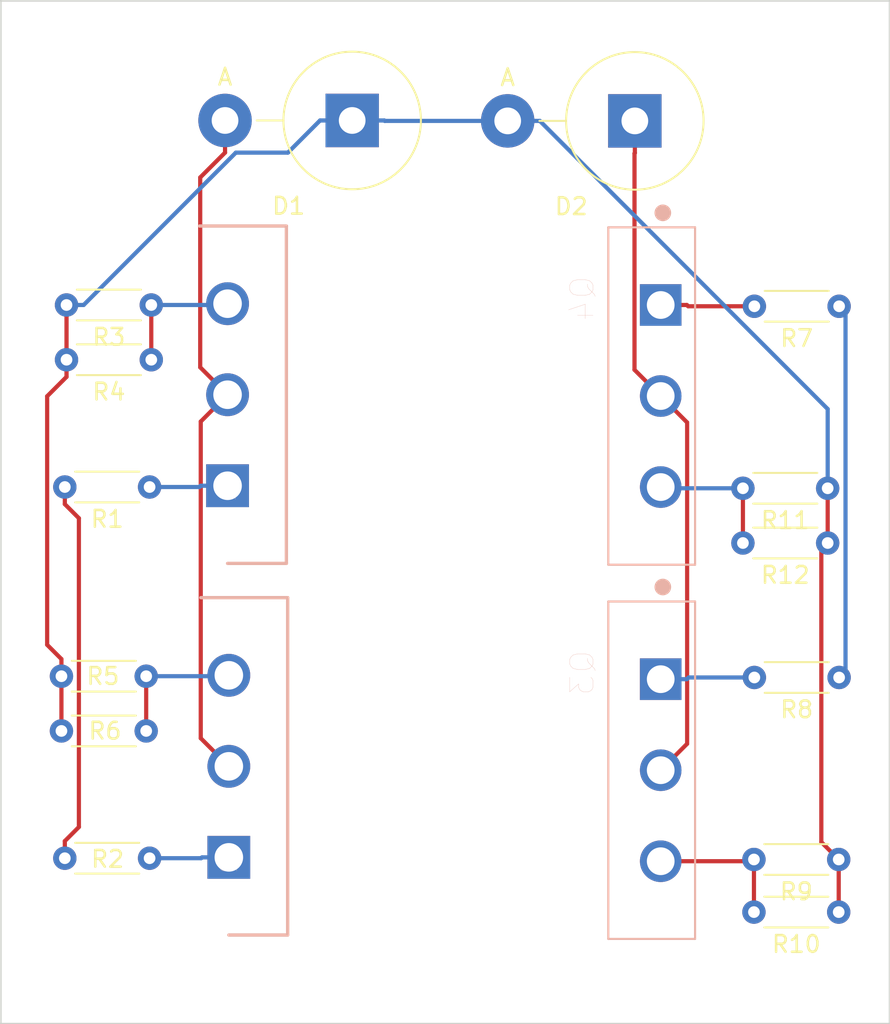
<source format=kicad_pcb>
(kicad_pcb (version 20171130) (host pcbnew "(5.1.5)-3")

  (general
    (thickness 1.6)
    (drawings 4)
    (tracks 69)
    (zones 0)
    (modules 18)
    (nets 14)
  )

  (page A4)
  (layers
    (0 F.Cu signal)
    (31 B.Cu signal)
    (32 B.Adhes user)
    (33 F.Adhes user)
    (34 B.Paste user)
    (35 F.Paste user)
    (36 B.SilkS user)
    (37 F.SilkS user)
    (38 B.Mask user)
    (39 F.Mask user)
    (40 Dwgs.User user)
    (41 Cmts.User user)
    (42 Eco1.User user)
    (43 Eco2.User user)
    (44 Edge.Cuts user)
    (45 Margin user)
    (46 B.CrtYd user)
    (47 F.CrtYd user)
    (48 B.Fab user)
    (49 F.Fab user)
  )

  (setup
    (last_trace_width 0.25)
    (trace_clearance 0.2)
    (zone_clearance 0.508)
    (zone_45_only no)
    (trace_min 0.2)
    (via_size 0.8)
    (via_drill 0.4)
    (via_min_size 0.4)
    (via_min_drill 0.3)
    (uvia_size 0.3)
    (uvia_drill 0.1)
    (uvias_allowed no)
    (uvia_min_size 0.2)
    (uvia_min_drill 0.1)
    (edge_width 0.05)
    (segment_width 0.2)
    (pcb_text_width 0.3)
    (pcb_text_size 1.5 1.5)
    (mod_edge_width 0.12)
    (mod_text_size 1 1)
    (mod_text_width 0.15)
    (pad_size 1.524 1.524)
    (pad_drill 0.762)
    (pad_to_mask_clearance 0.051)
    (solder_mask_min_width 0.25)
    (aux_axis_origin 0 0)
    (visible_elements 7FFFFFFF)
    (pcbplotparams
      (layerselection 0x010fc_ffffffff)
      (usegerberextensions false)
      (usegerberattributes false)
      (usegerberadvancedattributes false)
      (creategerberjobfile false)
      (excludeedgelayer true)
      (linewidth 0.100000)
      (plotframeref false)
      (viasonmask false)
      (mode 1)
      (useauxorigin false)
      (hpglpennumber 1)
      (hpglpenspeed 20)
      (hpglpendiameter 15.000000)
      (psnegative false)
      (psa4output false)
      (plotreference true)
      (plotvalue true)
      (plotinvisibletext false)
      (padsonsilk false)
      (subtractmaskfromsilk false)
      (outputformat 1)
      (mirror false)
      (drillshape 1)
      (scaleselection 1)
      (outputdirectory ""))
  )

  (net 0 "")
  (net 1 brown2)
  (net 2 blueP)
  (net 3 red2)
  (net 4 "Net-(Q1-Pad1)")
  (net 5 "Net-(Q1-Pad3)")
  (net 6 green)
  (net 7 "Net-(Q2-Pad1)")
  (net 8 "Net-(Q3-Pad1)")
  (net 9 blue)
  (net 10 "Net-(Q4-Pad3)")
  (net 11 "Net-(Q4-Pad1)")
  (net 12 orange)
  (net 13 yellow)

  (net_class Default "This is the default net class."
    (clearance 0.2)
    (trace_width 0.25)
    (via_dia 0.8)
    (via_drill 0.4)
    (uvia_dia 0.3)
    (uvia_drill 0.1)
    (add_net "Net-(Q1-Pad1)")
    (add_net "Net-(Q1-Pad3)")
    (add_net "Net-(Q2-Pad1)")
    (add_net "Net-(Q3-Pad1)")
    (add_net "Net-(Q4-Pad1)")
    (add_net "Net-(Q4-Pad3)")
    (add_net blue)
    (add_net blueP)
    (add_net brown2)
    (add_net green)
    (add_net orange)
    (add_net red2)
    (add_net yellow)
  )

  (module Diode_THT:D_5KPW_P7.62mm_Vertical_AnodeUp (layer F.Cu) (tedit 5AE50CD5) (tstamp 5EC3AE12)
    (at 125.07 93.5482 180)
    (descr "Diode, 5KPW series, Axial, Vertical, pin pitch=7.62mm, , length*diameter=9*8mm^2, , http://www.diodes.com/_files/packages/8686949.gif")
    (tags "Diode 5KPW series Axial Vertical pin pitch 7.62mm  length 9mm diameter 8mm")
    (path /5EC49E14)
    (fp_text reference D1 (at 3.81 -5.12) (layer F.SilkS)
      (effects (font (size 1 1) (thickness 0.15)))
    )
    (fp_text value D (at 3.81 5.12) (layer F.Fab)
      (effects (font (size 1 1) (thickness 0.15)))
    )
    (fp_circle (center 0 0) (end 4 0) (layer F.Fab) (width 0.1))
    (fp_circle (center 0 0) (end 4.12 0) (layer F.SilkS) (width 0.12))
    (fp_line (start 0 0) (end 7.62 0) (layer F.Fab) (width 0.1))
    (fp_line (start 4.12 0) (end 5.72 0) (layer F.SilkS) (width 0.12))
    (fp_line (start -4.25 -4.25) (end -4.25 4.25) (layer F.CrtYd) (width 0.05))
    (fp_line (start -4.25 4.25) (end 9.47 4.25) (layer F.CrtYd) (width 0.05))
    (fp_line (start 9.47 4.25) (end 9.47 -4.25) (layer F.CrtYd) (width 0.05))
    (fp_line (start 9.47 -4.25) (end -4.25 -4.25) (layer F.CrtYd) (width 0.05))
    (fp_text user %R (at 0 -2.1) (layer F.Fab)
      (effects (font (size 1 1) (thickness 0.15)))
    )
    (fp_text user A (at 7.62 2.6) (layer F.Fab)
      (effects (font (size 1 1) (thickness 0.15)))
    )
    (fp_text user A (at 7.62 2.6) (layer F.SilkS)
      (effects (font (size 1 1) (thickness 0.15)))
    )
    (pad 1 thru_hole rect (at 0 0 180) (size 3.2 3.2) (drill 1.6) (layers *.Cu *.Mask)
      (net 1 brown2))
    (pad 2 thru_hole oval (at 7.62 0 180) (size 3.2 3.2) (drill 1.6) (layers *.Cu *.Mask)
      (net 2 blueP))
    (model ${KISYS3DMOD}/Diode_THT.3dshapes/D_5KPW_P7.62mm_Vertical_AnodeUp.wrl
      (at (xyz 0 0 0))
      (scale (xyz 1 1 1))
      (rotate (xyz 0 0 0))
    )
  )

  (module Diode_THT:D_5KPW_P7.62mm_Vertical_AnodeUp (layer F.Cu) (tedit 5AE50CD5) (tstamp 5EC3AE23)
    (at 142.011 93.5736 180)
    (descr "Diode, 5KPW series, Axial, Vertical, pin pitch=7.62mm, , length*diameter=9*8mm^2, , http://www.diodes.com/_files/packages/8686949.gif")
    (tags "Diode 5KPW series Axial Vertical pin pitch 7.62mm  length 9mm diameter 8mm")
    (path /5EC4A19D)
    (fp_text reference D2 (at 3.81 -5.12) (layer F.SilkS)
      (effects (font (size 1 1) (thickness 0.15)))
    )
    (fp_text value D (at 3.81 5.12) (layer F.Fab)
      (effects (font (size 1 1) (thickness 0.15)))
    )
    (fp_text user A (at 7.62 2.6) (layer F.SilkS)
      (effects (font (size 1 1) (thickness 0.15)))
    )
    (fp_text user A (at 7.62 2.6) (layer F.Fab)
      (effects (font (size 1 1) (thickness 0.15)))
    )
    (fp_text user %R (at 0 -2.1) (layer F.Fab)
      (effects (font (size 1 1) (thickness 0.15)))
    )
    (fp_line (start 9.47 -4.25) (end -4.25 -4.25) (layer F.CrtYd) (width 0.05))
    (fp_line (start 9.47 4.25) (end 9.47 -4.25) (layer F.CrtYd) (width 0.05))
    (fp_line (start -4.25 4.25) (end 9.47 4.25) (layer F.CrtYd) (width 0.05))
    (fp_line (start -4.25 -4.25) (end -4.25 4.25) (layer F.CrtYd) (width 0.05))
    (fp_line (start 4.12 0) (end 5.72 0) (layer F.SilkS) (width 0.12))
    (fp_line (start 0 0) (end 7.62 0) (layer F.Fab) (width 0.1))
    (fp_circle (center 0 0) (end 4.12 0) (layer F.SilkS) (width 0.12))
    (fp_circle (center 0 0) (end 4 0) (layer F.Fab) (width 0.1))
    (pad 2 thru_hole oval (at 7.62 0 180) (size 3.2 3.2) (drill 1.6) (layers *.Cu *.Mask)
      (net 1 brown2))
    (pad 1 thru_hole rect (at 0 0 180) (size 3.2 3.2) (drill 1.6) (layers *.Cu *.Mask)
      (net 3 red2))
    (model ${KISYS3DMOD}/Diode_THT.3dshapes/D_5KPW_P7.62mm_Vertical_AnodeUp.wrl
      (at (xyz 0 0 0))
      (scale (xyz 1 1 1))
      (rotate (xyz 0 0 0))
    )
  )

  (module "Library all:TO545P520X2000X2900-3P" (layer B.Cu) (tedit 5EC2593A) (tstamp 5EC3AE36)
    (at 117.602 115.418 90)
    (descr "<b&gt;TO-264TO&minus;264&minus;3LD CASE 340CA ISSUE O&lt;/b&gt;<br&gt;")
    (path /5EC271B9)
    (fp_text reference Q1 (at 0 0 270) (layer B.SilkS)
      (effects (font (size 1 1) (thickness 0.015)) (justify mirror))
    )
    (fp_text value 2SA1943RTU (at 0 0 270) (layer B.Fab)
      (effects (font (size 1 1) (thickness 0.015)) (justify mirror))
    )
    (fp_line (start -4.9 3.775) (end 15.8 3.775) (layer B.Fab) (width 0.05))
    (fp_line (start 15.8 3.775) (end 15.8 -1.925) (layer B.Fab) (width 0.05))
    (fp_line (start 15.8 -1.925) (end -4.9 -1.925) (layer B.Fab) (width 0.05))
    (fp_line (start -4.9 -1.925) (end -4.9 3.775) (layer B.Fab) (width 0.05))
    (fp_line (start -4.65 3.525) (end 15.55 3.525) (layer B.Fab) (width 0.1))
    (fp_line (start 15.55 3.525) (end 15.55 -1.675) (layer B.Fab) (width 0.1))
    (fp_line (start 15.55 -1.675) (end -4.65 -1.675) (layer B.Fab) (width 0.1))
    (fp_line (start -4.65 -1.675) (end -4.65 3.525) (layer B.Fab) (width 0.1))
    (fp_line (start -4.65 0.8) (end -1.925 3.525) (layer B.Fab) (width 0.1))
    (fp_line (start 15.55 -1.675) (end 15.55 3.525) (layer B.SilkS) (width 0.2))
    (fp_line (start 15.55 3.525) (end -4.65 3.525) (layer B.SilkS) (width 0.2))
    (fp_line (start -4.65 3.525) (end -4.65 0) (layer B.SilkS) (width 0.2))
    (pad 1 thru_hole rect (at 0 0 90) (size 2.565 2.565) (drill 1.71) (layers *.Cu *.Mask)
      (net 4 "Net-(Q1-Pad1)"))
    (pad 2 thru_hole circle (at 5.45 0 90) (size 2.565 2.565) (drill 1.71) (layers *.Cu *.Mask)
      (net 2 blueP))
    (pad 3 thru_hole circle (at 10.9 0 90) (size 2.565 2.565) (drill 1.71) (layers *.Cu *.Mask)
      (net 5 "Net-(Q1-Pad3)"))
    (model ${SC5200AND1943}/2SC5200--3DModel-STEP-56544.STEP
      (offset (xyz 5.5 0 -17.8))
      (scale (xyz 1 1 1))
      (rotate (xyz -90 0 0))
    )
  )

  (module "Library all:TO545P520X2000X2900-3P" (layer B.Cu) (tedit 5EC2593A) (tstamp 5EC3AE49)
    (at 117.678 137.668 90)
    (descr "<b&gt;TO-264TO&minus;264&minus;3LD CASE 340CA ISSUE O&lt;/b&gt;<br&gt;")
    (path /5EC33DBE)
    (fp_text reference Q2 (at 0 0 270) (layer B.SilkS)
      (effects (font (size 1 1) (thickness 0.015)) (justify mirror))
    )
    (fp_text value 2SA1943RTU (at 0 0 270) (layer B.Fab)
      (effects (font (size 1 1) (thickness 0.015)) (justify mirror))
    )
    (fp_line (start -4.65 3.525) (end -4.65 0) (layer B.SilkS) (width 0.2))
    (fp_line (start 15.55 3.525) (end -4.65 3.525) (layer B.SilkS) (width 0.2))
    (fp_line (start 15.55 -1.675) (end 15.55 3.525) (layer B.SilkS) (width 0.2))
    (fp_line (start -4.65 0.8) (end -1.925 3.525) (layer B.Fab) (width 0.1))
    (fp_line (start -4.65 -1.675) (end -4.65 3.525) (layer B.Fab) (width 0.1))
    (fp_line (start 15.55 -1.675) (end -4.65 -1.675) (layer B.Fab) (width 0.1))
    (fp_line (start 15.55 3.525) (end 15.55 -1.675) (layer B.Fab) (width 0.1))
    (fp_line (start -4.65 3.525) (end 15.55 3.525) (layer B.Fab) (width 0.1))
    (fp_line (start -4.9 -1.925) (end -4.9 3.775) (layer B.Fab) (width 0.05))
    (fp_line (start 15.8 -1.925) (end -4.9 -1.925) (layer B.Fab) (width 0.05))
    (fp_line (start 15.8 3.775) (end 15.8 -1.925) (layer B.Fab) (width 0.05))
    (fp_line (start -4.9 3.775) (end 15.8 3.775) (layer B.Fab) (width 0.05))
    (pad 3 thru_hole circle (at 10.9 0 90) (size 2.565 2.565) (drill 1.71) (layers *.Cu *.Mask)
      (net 6 green))
    (pad 2 thru_hole circle (at 5.45 0 90) (size 2.565 2.565) (drill 1.71) (layers *.Cu *.Mask)
      (net 2 blueP))
    (pad 1 thru_hole rect (at 0 0 90) (size 2.565 2.565) (drill 1.71) (layers *.Cu *.Mask)
      (net 7 "Net-(Q2-Pad1)"))
    (model ${SC5200AND1943}/2SC5200--3DModel-STEP-56544.STEP
      (offset (xyz 5.5 0 -17.8))
      (scale (xyz 1 1 1))
      (rotate (xyz -90 0 0))
    )
  )

  (module "Library all:TO545P2020X520X2910-3" (layer B.Cu) (tedit 5EC256E1) (tstamp 5EC3AE5E)
    (at 143.561 127 270)
    (path /5EC40ADD)
    (fp_text reference Q3 (at -0.38116 4.70106 270) (layer B.SilkS)
      (effects (font (size 1.400614 1.400614) (thickness 0.015)) (justify mirror))
    )
    (fp_text value 2SC5200 (at 13.976195 -3.747675 270) (layer B.Fab)
      (effects (font (size 1.400622 1.400622) (thickness 0.015)) (justify mirror))
    )
    (fp_line (start -4.65 -2.06) (end -4.65 3.14) (layer B.Fab) (width 0.127))
    (fp_line (start -4.65 3.14) (end 15.55 3.14) (layer B.Fab) (width 0.127))
    (fp_line (start 15.55 3.14) (end 15.55 -2.06) (layer B.Fab) (width 0.127))
    (fp_line (start 15.55 -2.06) (end -4.65 -2.06) (layer B.Fab) (width 0.127))
    (fp_line (start -4.65 -2.06) (end -4.65 3.14) (layer B.SilkS) (width 0.127))
    (fp_line (start -4.65 3.14) (end 15.55 3.14) (layer B.SilkS) (width 0.127))
    (fp_line (start 15.55 3.14) (end 15.55 -2.06) (layer B.SilkS) (width 0.127))
    (fp_line (start 15.55 -2.06) (end -4.65 -2.06) (layer B.SilkS) (width 0.127))
    (fp_circle (center -5.518 -0.127) (end -5.268 -0.127) (layer B.SilkS) (width 0.5))
    (fp_line (start -4.97 3.608) (end 15.87 3.608) (layer B.CrtYd) (width 0.05))
    (fp_line (start 15.87 3.608) (end 15.87 -2.532) (layer B.CrtYd) (width 0.05))
    (fp_line (start 15.87 -2.532) (end -4.97 -2.532) (layer B.CrtYd) (width 0.05))
    (fp_line (start -4.97 -2.532) (end -4.97 3.608) (layer B.CrtYd) (width 0.05))
    (fp_circle (center -5.518 -0.127) (end -5.268 -0.127) (layer B.Fab) (width 0.5))
    (pad 1 thru_hole rect (at 0 0 270) (size 2.49 2.49) (drill 1.66) (layers *.Cu *.Mask)
      (net 8 "Net-(Q3-Pad1)"))
    (pad 2 thru_hole circle (at 5.45 0 270) (size 2.49 2.49) (drill 1.66) (layers *.Cu *.Mask)
      (net 3 red2))
    (pad 3 thru_hole circle (at 10.9 0 270) (size 2.49 2.49) (drill 1.66) (layers *.Cu *.Mask)
      (net 9 blue))
    (model ${SC5200AND1943}/2SC5200--3DModel-STEP-56544.STEP
      (offset (xyz 5.5 0 -17.8))
      (scale (xyz 1 1 1))
      (rotate (xyz -90 0 0))
    )
  )

  (module "Library all:TO545P2020X520X2910-3" (layer B.Cu) (tedit 5EC256E1) (tstamp 5EC3AE73)
    (at 143.561 104.597 270)
    (path /5EC25EF1)
    (fp_text reference Q4 (at -0.38116 4.70106 270) (layer B.SilkS)
      (effects (font (size 1.400614 1.400614) (thickness 0.015)) (justify mirror))
    )
    (fp_text value 2SC5200 (at 13.976195 -3.747675 270) (layer B.Fab)
      (effects (font (size 1.400622 1.400622) (thickness 0.015)) (justify mirror))
    )
    (fp_circle (center -5.518 -0.127) (end -5.268 -0.127) (layer B.Fab) (width 0.5))
    (fp_line (start -4.97 -2.532) (end -4.97 3.608) (layer B.CrtYd) (width 0.05))
    (fp_line (start 15.87 -2.532) (end -4.97 -2.532) (layer B.CrtYd) (width 0.05))
    (fp_line (start 15.87 3.608) (end 15.87 -2.532) (layer B.CrtYd) (width 0.05))
    (fp_line (start -4.97 3.608) (end 15.87 3.608) (layer B.CrtYd) (width 0.05))
    (fp_circle (center -5.518 -0.127) (end -5.268 -0.127) (layer B.SilkS) (width 0.5))
    (fp_line (start 15.55 -2.06) (end -4.65 -2.06) (layer B.SilkS) (width 0.127))
    (fp_line (start 15.55 3.14) (end 15.55 -2.06) (layer B.SilkS) (width 0.127))
    (fp_line (start -4.65 3.14) (end 15.55 3.14) (layer B.SilkS) (width 0.127))
    (fp_line (start -4.65 -2.06) (end -4.65 3.14) (layer B.SilkS) (width 0.127))
    (fp_line (start 15.55 -2.06) (end -4.65 -2.06) (layer B.Fab) (width 0.127))
    (fp_line (start 15.55 3.14) (end 15.55 -2.06) (layer B.Fab) (width 0.127))
    (fp_line (start -4.65 3.14) (end 15.55 3.14) (layer B.Fab) (width 0.127))
    (fp_line (start -4.65 -2.06) (end -4.65 3.14) (layer B.Fab) (width 0.127))
    (pad 3 thru_hole circle (at 10.9 0 270) (size 2.49 2.49) (drill 1.66) (layers *.Cu *.Mask)
      (net 10 "Net-(Q4-Pad3)"))
    (pad 2 thru_hole circle (at 5.45 0 270) (size 2.49 2.49) (drill 1.66) (layers *.Cu *.Mask)
      (net 3 red2))
    (pad 1 thru_hole rect (at 0 0 270) (size 2.49 2.49) (drill 1.66) (layers *.Cu *.Mask)
      (net 11 "Net-(Q4-Pad1)"))
    (model ${SC5200AND1943}/2SC5200--3DModel-STEP-56544.STEP
      (offset (xyz 5.5 0 -17.8))
      (scale (xyz 1 1 1))
      (rotate (xyz -90 0 0))
    )
  )

  (module Resistor_THT:R_Axial_DIN0204_L3.6mm_D1.6mm_P5.08mm_Horizontal (layer F.Cu) (tedit 5AE5139B) (tstamp 5EC3AE86)
    (at 112.928 115.494 180)
    (descr "Resistor, Axial_DIN0204 series, Axial, Horizontal, pin pitch=5.08mm, 0.167W, length*diameter=3.6*1.6mm^2, http://cdn-reichelt.de/documents/datenblatt/B400/1_4W%23YAG.pdf")
    (tags "Resistor Axial_DIN0204 series Axial Horizontal pin pitch 5.08mm 0.167W length 3.6mm diameter 1.6mm")
    (path /5EC296B2)
    (fp_text reference R1 (at 2.54 -1.92) (layer F.SilkS)
      (effects (font (size 1 1) (thickness 0.15)))
    )
    (fp_text value R (at 2.54 1.92) (layer F.Fab)
      (effects (font (size 1 1) (thickness 0.15)))
    )
    (fp_text user %R (at 2.54 0) (layer F.Fab)
      (effects (font (size 0.72 0.72) (thickness 0.108)))
    )
    (fp_line (start 6.03 -1.05) (end -0.95 -1.05) (layer F.CrtYd) (width 0.05))
    (fp_line (start 6.03 1.05) (end 6.03 -1.05) (layer F.CrtYd) (width 0.05))
    (fp_line (start -0.95 1.05) (end 6.03 1.05) (layer F.CrtYd) (width 0.05))
    (fp_line (start -0.95 -1.05) (end -0.95 1.05) (layer F.CrtYd) (width 0.05))
    (fp_line (start 0.62 0.92) (end 4.46 0.92) (layer F.SilkS) (width 0.12))
    (fp_line (start 0.62 -0.92) (end 4.46 -0.92) (layer F.SilkS) (width 0.12))
    (fp_line (start 5.08 0) (end 4.34 0) (layer F.Fab) (width 0.1))
    (fp_line (start 0 0) (end 0.74 0) (layer F.Fab) (width 0.1))
    (fp_line (start 4.34 -0.8) (end 0.74 -0.8) (layer F.Fab) (width 0.1))
    (fp_line (start 4.34 0.8) (end 4.34 -0.8) (layer F.Fab) (width 0.1))
    (fp_line (start 0.74 0.8) (end 4.34 0.8) (layer F.Fab) (width 0.1))
    (fp_line (start 0.74 -0.8) (end 0.74 0.8) (layer F.Fab) (width 0.1))
    (pad 2 thru_hole oval (at 5.08 0 180) (size 1.4 1.4) (drill 0.7) (layers *.Cu *.Mask)
      (net 12 orange))
    (pad 1 thru_hole circle (at 0 0 180) (size 1.4 1.4) (drill 0.7) (layers *.Cu *.Mask)
      (net 4 "Net-(Q1-Pad1)"))
    (model ${KISYS3DMOD}/Resistor_THT.3dshapes/R_Axial_DIN0204_L3.6mm_D1.6mm_P5.08mm_Horizontal.wrl
      (at (xyz 0 0 0))
      (scale (xyz 1 1 1))
      (rotate (xyz 0 0 0))
    )
  )

  (module Resistor_THT:R_Axial_DIN0204_L3.6mm_D1.6mm_P5.08mm_Horizontal (layer F.Cu) (tedit 5AE5139B) (tstamp 5EC3AE99)
    (at 112.928 137.719 180)
    (descr "Resistor, Axial_DIN0204 series, Axial, Horizontal, pin pitch=5.08mm, 0.167W, length*diameter=3.6*1.6mm^2, http://cdn-reichelt.de/documents/datenblatt/B400/1_4W%23YAG.pdf")
    (tags "Resistor Axial_DIN0204 series Axial Horizontal pin pitch 5.08mm 0.167W length 3.6mm diameter 1.6mm")
    (path /5EC33DC4)
    (fp_text reference R2 (at 2.5146 -0.0508) (layer F.SilkS)
      (effects (font (size 1 1) (thickness 0.15)))
    )
    (fp_text value R (at 2.54 1.92) (layer F.Fab)
      (effects (font (size 1 1) (thickness 0.15)))
    )
    (fp_text user %R (at 2.54 0) (layer F.Fab)
      (effects (font (size 0.72 0.72) (thickness 0.108)))
    )
    (fp_line (start 6.03 -1.05) (end -0.95 -1.05) (layer F.CrtYd) (width 0.05))
    (fp_line (start 6.03 1.05) (end 6.03 -1.05) (layer F.CrtYd) (width 0.05))
    (fp_line (start -0.95 1.05) (end 6.03 1.05) (layer F.CrtYd) (width 0.05))
    (fp_line (start -0.95 -1.05) (end -0.95 1.05) (layer F.CrtYd) (width 0.05))
    (fp_line (start 0.62 0.92) (end 4.46 0.92) (layer F.SilkS) (width 0.12))
    (fp_line (start 0.62 -0.92) (end 4.46 -0.92) (layer F.SilkS) (width 0.12))
    (fp_line (start 5.08 0) (end 4.34 0) (layer F.Fab) (width 0.1))
    (fp_line (start 0 0) (end 0.74 0) (layer F.Fab) (width 0.1))
    (fp_line (start 4.34 -0.8) (end 0.74 -0.8) (layer F.Fab) (width 0.1))
    (fp_line (start 4.34 0.8) (end 4.34 -0.8) (layer F.Fab) (width 0.1))
    (fp_line (start 0.74 0.8) (end 4.34 0.8) (layer F.Fab) (width 0.1))
    (fp_line (start 0.74 -0.8) (end 0.74 0.8) (layer F.Fab) (width 0.1))
    (pad 2 thru_hole oval (at 5.08 0 180) (size 1.4 1.4) (drill 0.7) (layers *.Cu *.Mask)
      (net 12 orange))
    (pad 1 thru_hole circle (at 0 0 180) (size 1.4 1.4) (drill 0.7) (layers *.Cu *.Mask)
      (net 7 "Net-(Q2-Pad1)"))
    (model ${KISYS3DMOD}/Resistor_THT.3dshapes/R_Axial_DIN0204_L3.6mm_D1.6mm_P5.08mm_Horizontal.wrl
      (at (xyz 0 0 0))
      (scale (xyz 1 1 1))
      (rotate (xyz 0 0 0))
    )
  )

  (module Resistor_THT:R_Axial_DIN0204_L3.6mm_D1.6mm_P5.08mm_Horizontal (layer F.Cu) (tedit 5AE5139B) (tstamp 5EC3AEAC)
    (at 113.03 104.597 180)
    (descr "Resistor, Axial_DIN0204 series, Axial, Horizontal, pin pitch=5.08mm, 0.167W, length*diameter=3.6*1.6mm^2, http://cdn-reichelt.de/documents/datenblatt/B400/1_4W%23YAG.pdf")
    (tags "Resistor Axial_DIN0204 series Axial Horizontal pin pitch 5.08mm 0.167W length 3.6mm diameter 1.6mm")
    (path /5EC29F5E)
    (fp_text reference R3 (at 2.54 -1.92) (layer F.SilkS)
      (effects (font (size 1 1) (thickness 0.15)))
    )
    (fp_text value R (at 2.54 1.92) (layer F.Fab)
      (effects (font (size 1 1) (thickness 0.15)))
    )
    (fp_line (start 0.74 -0.8) (end 0.74 0.8) (layer F.Fab) (width 0.1))
    (fp_line (start 0.74 0.8) (end 4.34 0.8) (layer F.Fab) (width 0.1))
    (fp_line (start 4.34 0.8) (end 4.34 -0.8) (layer F.Fab) (width 0.1))
    (fp_line (start 4.34 -0.8) (end 0.74 -0.8) (layer F.Fab) (width 0.1))
    (fp_line (start 0 0) (end 0.74 0) (layer F.Fab) (width 0.1))
    (fp_line (start 5.08 0) (end 4.34 0) (layer F.Fab) (width 0.1))
    (fp_line (start 0.62 -0.92) (end 4.46 -0.92) (layer F.SilkS) (width 0.12))
    (fp_line (start 0.62 0.92) (end 4.46 0.92) (layer F.SilkS) (width 0.12))
    (fp_line (start -0.95 -1.05) (end -0.95 1.05) (layer F.CrtYd) (width 0.05))
    (fp_line (start -0.95 1.05) (end 6.03 1.05) (layer F.CrtYd) (width 0.05))
    (fp_line (start 6.03 1.05) (end 6.03 -1.05) (layer F.CrtYd) (width 0.05))
    (fp_line (start 6.03 -1.05) (end -0.95 -1.05) (layer F.CrtYd) (width 0.05))
    (fp_text user %R (at 2.54 0) (layer F.Fab)
      (effects (font (size 0.72 0.72) (thickness 0.108)))
    )
    (pad 1 thru_hole circle (at 0 0 180) (size 1.4 1.4) (drill 0.7) (layers *.Cu *.Mask)
      (net 5 "Net-(Q1-Pad3)"))
    (pad 2 thru_hole oval (at 5.08 0 180) (size 1.4 1.4) (drill 0.7) (layers *.Cu *.Mask)
      (net 1 brown2))
    (model ${KISYS3DMOD}/Resistor_THT.3dshapes/R_Axial_DIN0204_L3.6mm_D1.6mm_P5.08mm_Horizontal.wrl
      (at (xyz 0 0 0))
      (scale (xyz 1 1 1))
      (rotate (xyz 0 0 0))
    )
  )

  (module Resistor_THT:R_Axial_DIN0204_L3.6mm_D1.6mm_P5.08mm_Horizontal (layer F.Cu) (tedit 5AE5139B) (tstamp 5EC3AEBF)
    (at 113.03 107.874 180)
    (descr "Resistor, Axial_DIN0204 series, Axial, Horizontal, pin pitch=5.08mm, 0.167W, length*diameter=3.6*1.6mm^2, http://cdn-reichelt.de/documents/datenblatt/B400/1_4W%23YAG.pdf")
    (tags "Resistor Axial_DIN0204 series Axial Horizontal pin pitch 5.08mm 0.167W length 3.6mm diameter 1.6mm")
    (path /5EC2AA14)
    (fp_text reference R4 (at 2.54 -1.92) (layer F.SilkS)
      (effects (font (size 1 1) (thickness 0.15)))
    )
    (fp_text value R (at 2.54 1.92) (layer F.Fab)
      (effects (font (size 1 1) (thickness 0.15)))
    )
    (fp_text user %R (at 2.54 0) (layer F.Fab)
      (effects (font (size 0.72 0.72) (thickness 0.108)))
    )
    (fp_line (start 6.03 -1.05) (end -0.95 -1.05) (layer F.CrtYd) (width 0.05))
    (fp_line (start 6.03 1.05) (end 6.03 -1.05) (layer F.CrtYd) (width 0.05))
    (fp_line (start -0.95 1.05) (end 6.03 1.05) (layer F.CrtYd) (width 0.05))
    (fp_line (start -0.95 -1.05) (end -0.95 1.05) (layer F.CrtYd) (width 0.05))
    (fp_line (start 0.62 0.92) (end 4.46 0.92) (layer F.SilkS) (width 0.12))
    (fp_line (start 0.62 -0.92) (end 4.46 -0.92) (layer F.SilkS) (width 0.12))
    (fp_line (start 5.08 0) (end 4.34 0) (layer F.Fab) (width 0.1))
    (fp_line (start 0 0) (end 0.74 0) (layer F.Fab) (width 0.1))
    (fp_line (start 4.34 -0.8) (end 0.74 -0.8) (layer F.Fab) (width 0.1))
    (fp_line (start 4.34 0.8) (end 4.34 -0.8) (layer F.Fab) (width 0.1))
    (fp_line (start 0.74 0.8) (end 4.34 0.8) (layer F.Fab) (width 0.1))
    (fp_line (start 0.74 -0.8) (end 0.74 0.8) (layer F.Fab) (width 0.1))
    (pad 2 thru_hole oval (at 5.08 0 180) (size 1.4 1.4) (drill 0.7) (layers *.Cu *.Mask)
      (net 1 brown2))
    (pad 1 thru_hole circle (at 0 0 180) (size 1.4 1.4) (drill 0.7) (layers *.Cu *.Mask)
      (net 5 "Net-(Q1-Pad3)"))
    (model ${KISYS3DMOD}/Resistor_THT.3dshapes/R_Axial_DIN0204_L3.6mm_D1.6mm_P5.08mm_Horizontal.wrl
      (at (xyz 0 0 0))
      (scale (xyz 1 1 1))
      (rotate (xyz 0 0 0))
    )
  )

  (module Resistor_THT:R_Axial_DIN0204_L3.6mm_D1.6mm_P5.08mm_Horizontal (layer F.Cu) (tedit 5AE5139B) (tstamp 5EC3AED2)
    (at 112.725 126.822 180)
    (descr "Resistor, Axial_DIN0204 series, Axial, Horizontal, pin pitch=5.08mm, 0.167W, length*diameter=3.6*1.6mm^2, http://cdn-reichelt.de/documents/datenblatt/B400/1_4W%23YAG.pdf")
    (tags "Resistor Axial_DIN0204 series Axial Horizontal pin pitch 5.08mm 0.167W length 3.6mm diameter 1.6mm")
    (path /5EC33DCA)
    (fp_text reference R5 (at 2.5908 0) (layer F.SilkS)
      (effects (font (size 1 1) (thickness 0.15)))
    )
    (fp_text value R (at 2.54 1.92) (layer F.Fab)
      (effects (font (size 1 1) (thickness 0.15)))
    )
    (fp_line (start 0.74 -0.8) (end 0.74 0.8) (layer F.Fab) (width 0.1))
    (fp_line (start 0.74 0.8) (end 4.34 0.8) (layer F.Fab) (width 0.1))
    (fp_line (start 4.34 0.8) (end 4.34 -0.8) (layer F.Fab) (width 0.1))
    (fp_line (start 4.34 -0.8) (end 0.74 -0.8) (layer F.Fab) (width 0.1))
    (fp_line (start 0 0) (end 0.74 0) (layer F.Fab) (width 0.1))
    (fp_line (start 5.08 0) (end 4.34 0) (layer F.Fab) (width 0.1))
    (fp_line (start 0.62 -0.92) (end 4.46 -0.92) (layer F.SilkS) (width 0.12))
    (fp_line (start 0.62 0.92) (end 4.46 0.92) (layer F.SilkS) (width 0.12))
    (fp_line (start -0.95 -1.05) (end -0.95 1.05) (layer F.CrtYd) (width 0.05))
    (fp_line (start -0.95 1.05) (end 6.03 1.05) (layer F.CrtYd) (width 0.05))
    (fp_line (start 6.03 1.05) (end 6.03 -1.05) (layer F.CrtYd) (width 0.05))
    (fp_line (start 6.03 -1.05) (end -0.95 -1.05) (layer F.CrtYd) (width 0.05))
    (fp_text user %R (at 2.54 0) (layer F.Fab)
      (effects (font (size 0.72 0.72) (thickness 0.108)))
    )
    (pad 1 thru_hole circle (at 0 0 180) (size 1.4 1.4) (drill 0.7) (layers *.Cu *.Mask)
      (net 6 green))
    (pad 2 thru_hole oval (at 5.08 0 180) (size 1.4 1.4) (drill 0.7) (layers *.Cu *.Mask)
      (net 1 brown2))
    (model ${KISYS3DMOD}/Resistor_THT.3dshapes/R_Axial_DIN0204_L3.6mm_D1.6mm_P5.08mm_Horizontal.wrl
      (at (xyz 0 0 0))
      (scale (xyz 1 1 1))
      (rotate (xyz 0 0 0))
    )
  )

  (module Resistor_THT:R_Axial_DIN0204_L3.6mm_D1.6mm_P5.08mm_Horizontal (layer F.Cu) (tedit 5AE5139B) (tstamp 5EC3AEE5)
    (at 112.725 130.099 180)
    (descr "Resistor, Axial_DIN0204 series, Axial, Horizontal, pin pitch=5.08mm, 0.167W, length*diameter=3.6*1.6mm^2, http://cdn-reichelt.de/documents/datenblatt/B400/1_4W%23YAG.pdf")
    (tags "Resistor Axial_DIN0204 series Axial Horizontal pin pitch 5.08mm 0.167W length 3.6mm diameter 1.6mm")
    (path /5EC33DD0)
    (fp_text reference R6 (at 2.4638 0) (layer F.SilkS)
      (effects (font (size 1 1) (thickness 0.15)))
    )
    (fp_text value R (at 2.54 1.92) (layer F.Fab)
      (effects (font (size 1 1) (thickness 0.15)))
    )
    (fp_text user %R (at 2.54 0) (layer F.Fab)
      (effects (font (size 0.72 0.72) (thickness 0.108)))
    )
    (fp_line (start 6.03 -1.05) (end -0.95 -1.05) (layer F.CrtYd) (width 0.05))
    (fp_line (start 6.03 1.05) (end 6.03 -1.05) (layer F.CrtYd) (width 0.05))
    (fp_line (start -0.95 1.05) (end 6.03 1.05) (layer F.CrtYd) (width 0.05))
    (fp_line (start -0.95 -1.05) (end -0.95 1.05) (layer F.CrtYd) (width 0.05))
    (fp_line (start 0.62 0.92) (end 4.46 0.92) (layer F.SilkS) (width 0.12))
    (fp_line (start 0.62 -0.92) (end 4.46 -0.92) (layer F.SilkS) (width 0.12))
    (fp_line (start 5.08 0) (end 4.34 0) (layer F.Fab) (width 0.1))
    (fp_line (start 0 0) (end 0.74 0) (layer F.Fab) (width 0.1))
    (fp_line (start 4.34 -0.8) (end 0.74 -0.8) (layer F.Fab) (width 0.1))
    (fp_line (start 4.34 0.8) (end 4.34 -0.8) (layer F.Fab) (width 0.1))
    (fp_line (start 0.74 0.8) (end 4.34 0.8) (layer F.Fab) (width 0.1))
    (fp_line (start 0.74 -0.8) (end 0.74 0.8) (layer F.Fab) (width 0.1))
    (pad 2 thru_hole oval (at 5.08 0 180) (size 1.4 1.4) (drill 0.7) (layers *.Cu *.Mask)
      (net 1 brown2))
    (pad 1 thru_hole circle (at 0 0 180) (size 1.4 1.4) (drill 0.7) (layers *.Cu *.Mask)
      (net 6 green))
    (model ${KISYS3DMOD}/Resistor_THT.3dshapes/R_Axial_DIN0204_L3.6mm_D1.6mm_P5.08mm_Horizontal.wrl
      (at (xyz 0 0 0))
      (scale (xyz 1 1 1))
      (rotate (xyz 0 0 0))
    )
  )

  (module Resistor_THT:R_Axial_DIN0204_L3.6mm_D1.6mm_P5.08mm_Horizontal (layer F.Cu) (tedit 5AE5139B) (tstamp 5EC3AEF8)
    (at 154.254 104.673 180)
    (descr "Resistor, Axial_DIN0204 series, Axial, Horizontal, pin pitch=5.08mm, 0.167W, length*diameter=3.6*1.6mm^2, http://cdn-reichelt.de/documents/datenblatt/B400/1_4W%23YAG.pdf")
    (tags "Resistor Axial_DIN0204 series Axial Horizontal pin pitch 5.08mm 0.167W length 3.6mm diameter 1.6mm")
    (path /5EC302C0)
    (fp_text reference R7 (at 2.54 -1.92) (layer F.SilkS)
      (effects (font (size 1 1) (thickness 0.15)))
    )
    (fp_text value R (at 2.54 1.92) (layer F.Fab)
      (effects (font (size 1 1) (thickness 0.15)))
    )
    (fp_text user %R (at 2.54 0) (layer F.Fab)
      (effects (font (size 0.72 0.72) (thickness 0.108)))
    )
    (fp_line (start 6.03 -1.05) (end -0.95 -1.05) (layer F.CrtYd) (width 0.05))
    (fp_line (start 6.03 1.05) (end 6.03 -1.05) (layer F.CrtYd) (width 0.05))
    (fp_line (start -0.95 1.05) (end 6.03 1.05) (layer F.CrtYd) (width 0.05))
    (fp_line (start -0.95 -1.05) (end -0.95 1.05) (layer F.CrtYd) (width 0.05))
    (fp_line (start 0.62 0.92) (end 4.46 0.92) (layer F.SilkS) (width 0.12))
    (fp_line (start 0.62 -0.92) (end 4.46 -0.92) (layer F.SilkS) (width 0.12))
    (fp_line (start 5.08 0) (end 4.34 0) (layer F.Fab) (width 0.1))
    (fp_line (start 0 0) (end 0.74 0) (layer F.Fab) (width 0.1))
    (fp_line (start 4.34 -0.8) (end 0.74 -0.8) (layer F.Fab) (width 0.1))
    (fp_line (start 4.34 0.8) (end 4.34 -0.8) (layer F.Fab) (width 0.1))
    (fp_line (start 0.74 0.8) (end 4.34 0.8) (layer F.Fab) (width 0.1))
    (fp_line (start 0.74 -0.8) (end 0.74 0.8) (layer F.Fab) (width 0.1))
    (pad 2 thru_hole oval (at 5.08 0 180) (size 1.4 1.4) (drill 0.7) (layers *.Cu *.Mask)
      (net 11 "Net-(Q4-Pad1)"))
    (pad 1 thru_hole circle (at 0 0 180) (size 1.4 1.4) (drill 0.7) (layers *.Cu *.Mask)
      (net 13 yellow))
    (model ${KISYS3DMOD}/Resistor_THT.3dshapes/R_Axial_DIN0204_L3.6mm_D1.6mm_P5.08mm_Horizontal.wrl
      (at (xyz 0 0 0))
      (scale (xyz 1 1 1))
      (rotate (xyz 0 0 0))
    )
  )

  (module Resistor_THT:R_Axial_DIN0204_L3.6mm_D1.6mm_P5.08mm_Horizontal (layer F.Cu) (tedit 5AE5139B) (tstamp 5EC3AF0B)
    (at 154.254 126.898 180)
    (descr "Resistor, Axial_DIN0204 series, Axial, Horizontal, pin pitch=5.08mm, 0.167W, length*diameter=3.6*1.6mm^2, http://cdn-reichelt.de/documents/datenblatt/B400/1_4W%23YAG.pdf")
    (tags "Resistor Axial_DIN0204 series Axial Horizontal pin pitch 5.08mm 0.167W length 3.6mm diameter 1.6mm")
    (path /5EC40AEE)
    (fp_text reference R8 (at 2.54 -1.92) (layer F.SilkS)
      (effects (font (size 1 1) (thickness 0.15)))
    )
    (fp_text value R (at 2.54 1.92) (layer F.Fab)
      (effects (font (size 1 1) (thickness 0.15)))
    )
    (fp_line (start 0.74 -0.8) (end 0.74 0.8) (layer F.Fab) (width 0.1))
    (fp_line (start 0.74 0.8) (end 4.34 0.8) (layer F.Fab) (width 0.1))
    (fp_line (start 4.34 0.8) (end 4.34 -0.8) (layer F.Fab) (width 0.1))
    (fp_line (start 4.34 -0.8) (end 0.74 -0.8) (layer F.Fab) (width 0.1))
    (fp_line (start 0 0) (end 0.74 0) (layer F.Fab) (width 0.1))
    (fp_line (start 5.08 0) (end 4.34 0) (layer F.Fab) (width 0.1))
    (fp_line (start 0.62 -0.92) (end 4.46 -0.92) (layer F.SilkS) (width 0.12))
    (fp_line (start 0.62 0.92) (end 4.46 0.92) (layer F.SilkS) (width 0.12))
    (fp_line (start -0.95 -1.05) (end -0.95 1.05) (layer F.CrtYd) (width 0.05))
    (fp_line (start -0.95 1.05) (end 6.03 1.05) (layer F.CrtYd) (width 0.05))
    (fp_line (start 6.03 1.05) (end 6.03 -1.05) (layer F.CrtYd) (width 0.05))
    (fp_line (start 6.03 -1.05) (end -0.95 -1.05) (layer F.CrtYd) (width 0.05))
    (fp_text user %R (at 2.54 0) (layer F.Fab)
      (effects (font (size 0.72 0.72) (thickness 0.108)))
    )
    (pad 1 thru_hole circle (at 0 0 180) (size 1.4 1.4) (drill 0.7) (layers *.Cu *.Mask)
      (net 13 yellow))
    (pad 2 thru_hole oval (at 5.08 0 180) (size 1.4 1.4) (drill 0.7) (layers *.Cu *.Mask)
      (net 8 "Net-(Q3-Pad1)"))
    (model ${KISYS3DMOD}/Resistor_THT.3dshapes/R_Axial_DIN0204_L3.6mm_D1.6mm_P5.08mm_Horizontal.wrl
      (at (xyz 0 0 0))
      (scale (xyz 1 1 1))
      (rotate (xyz 0 0 0))
    )
  )

  (module Resistor_THT:R_Axial_DIN0204_L3.6mm_D1.6mm_P5.08mm_Horizontal (layer F.Cu) (tedit 5AE5139B) (tstamp 5EC3AF1E)
    (at 154.229 137.795 180)
    (descr "Resistor, Axial_DIN0204 series, Axial, Horizontal, pin pitch=5.08mm, 0.167W, length*diameter=3.6*1.6mm^2, http://cdn-reichelt.de/documents/datenblatt/B400/1_4W%23YAG.pdf")
    (tags "Resistor Axial_DIN0204 series Axial Horizontal pin pitch 5.08mm 0.167W length 3.6mm diameter 1.6mm")
    (path /5EC40AF5)
    (fp_text reference R9 (at 2.54 -1.92) (layer F.SilkS)
      (effects (font (size 1 1) (thickness 0.15)))
    )
    (fp_text value R (at 2.54 1.92) (layer F.Fab)
      (effects (font (size 1 1) (thickness 0.15)))
    )
    (fp_line (start 0.74 -0.8) (end 0.74 0.8) (layer F.Fab) (width 0.1))
    (fp_line (start 0.74 0.8) (end 4.34 0.8) (layer F.Fab) (width 0.1))
    (fp_line (start 4.34 0.8) (end 4.34 -0.8) (layer F.Fab) (width 0.1))
    (fp_line (start 4.34 -0.8) (end 0.74 -0.8) (layer F.Fab) (width 0.1))
    (fp_line (start 0 0) (end 0.74 0) (layer F.Fab) (width 0.1))
    (fp_line (start 5.08 0) (end 4.34 0) (layer F.Fab) (width 0.1))
    (fp_line (start 0.62 -0.92) (end 4.46 -0.92) (layer F.SilkS) (width 0.12))
    (fp_line (start 0.62 0.92) (end 4.46 0.92) (layer F.SilkS) (width 0.12))
    (fp_line (start -0.95 -1.05) (end -0.95 1.05) (layer F.CrtYd) (width 0.05))
    (fp_line (start -0.95 1.05) (end 6.03 1.05) (layer F.CrtYd) (width 0.05))
    (fp_line (start 6.03 1.05) (end 6.03 -1.05) (layer F.CrtYd) (width 0.05))
    (fp_line (start 6.03 -1.05) (end -0.95 -1.05) (layer F.CrtYd) (width 0.05))
    (fp_text user %R (at 2.54 0) (layer F.Fab)
      (effects (font (size 0.72 0.72) (thickness 0.108)))
    )
    (pad 1 thru_hole circle (at 0 0 180) (size 1.4 1.4) (drill 0.7) (layers *.Cu *.Mask)
      (net 1 brown2))
    (pad 2 thru_hole oval (at 5.08 0 180) (size 1.4 1.4) (drill 0.7) (layers *.Cu *.Mask)
      (net 9 blue))
    (model ${KISYS3DMOD}/Resistor_THT.3dshapes/R_Axial_DIN0204_L3.6mm_D1.6mm_P5.08mm_Horizontal.wrl
      (at (xyz 0 0 0))
      (scale (xyz 1 1 1))
      (rotate (xyz 0 0 0))
    )
  )

  (module Resistor_THT:R_Axial_DIN0204_L3.6mm_D1.6mm_P5.08mm_Horizontal (layer F.Cu) (tedit 5AE5139B) (tstamp 5EC3AF31)
    (at 154.229 140.945 180)
    (descr "Resistor, Axial_DIN0204 series, Axial, Horizontal, pin pitch=5.08mm, 0.167W, length*diameter=3.6*1.6mm^2, http://cdn-reichelt.de/documents/datenblatt/B400/1_4W%23YAG.pdf")
    (tags "Resistor Axial_DIN0204 series Axial Horizontal pin pitch 5.08mm 0.167W length 3.6mm diameter 1.6mm")
    (path /5EC40AE3)
    (fp_text reference R10 (at 2.54 -1.92) (layer F.SilkS)
      (effects (font (size 1 1) (thickness 0.15)))
    )
    (fp_text value R (at 2.54 1.92) (layer F.Fab)
      (effects (font (size 1 1) (thickness 0.15)))
    )
    (fp_text user %R (at 2.54 0) (layer F.Fab)
      (effects (font (size 0.72 0.72) (thickness 0.108)))
    )
    (fp_line (start 6.03 -1.05) (end -0.95 -1.05) (layer F.CrtYd) (width 0.05))
    (fp_line (start 6.03 1.05) (end 6.03 -1.05) (layer F.CrtYd) (width 0.05))
    (fp_line (start -0.95 1.05) (end 6.03 1.05) (layer F.CrtYd) (width 0.05))
    (fp_line (start -0.95 -1.05) (end -0.95 1.05) (layer F.CrtYd) (width 0.05))
    (fp_line (start 0.62 0.92) (end 4.46 0.92) (layer F.SilkS) (width 0.12))
    (fp_line (start 0.62 -0.92) (end 4.46 -0.92) (layer F.SilkS) (width 0.12))
    (fp_line (start 5.08 0) (end 4.34 0) (layer F.Fab) (width 0.1))
    (fp_line (start 0 0) (end 0.74 0) (layer F.Fab) (width 0.1))
    (fp_line (start 4.34 -0.8) (end 0.74 -0.8) (layer F.Fab) (width 0.1))
    (fp_line (start 4.34 0.8) (end 4.34 -0.8) (layer F.Fab) (width 0.1))
    (fp_line (start 0.74 0.8) (end 4.34 0.8) (layer F.Fab) (width 0.1))
    (fp_line (start 0.74 -0.8) (end 0.74 0.8) (layer F.Fab) (width 0.1))
    (pad 2 thru_hole oval (at 5.08 0 180) (size 1.4 1.4) (drill 0.7) (layers *.Cu *.Mask)
      (net 9 blue))
    (pad 1 thru_hole circle (at 0 0 180) (size 1.4 1.4) (drill 0.7) (layers *.Cu *.Mask)
      (net 1 brown2))
    (model ${KISYS3DMOD}/Resistor_THT.3dshapes/R_Axial_DIN0204_L3.6mm_D1.6mm_P5.08mm_Horizontal.wrl
      (at (xyz 0 0 0))
      (scale (xyz 1 1 1))
      (rotate (xyz 0 0 0))
    )
  )

  (module Resistor_THT:R_Axial_DIN0204_L3.6mm_D1.6mm_P5.08mm_Horizontal (layer F.Cu) (tedit 5AE5139B) (tstamp 5EC3AF44)
    (at 153.568 115.57 180)
    (descr "Resistor, Axial_DIN0204 series, Axial, Horizontal, pin pitch=5.08mm, 0.167W, length*diameter=3.6*1.6mm^2, http://cdn-reichelt.de/documents/datenblatt/B400/1_4W%23YAG.pdf")
    (tags "Resistor Axial_DIN0204 series Axial Horizontal pin pitch 5.08mm 0.167W length 3.6mm diameter 1.6mm")
    (path /5EC2C86D)
    (fp_text reference R11 (at 2.54 -1.92) (layer F.SilkS)
      (effects (font (size 1 1) (thickness 0.15)))
    )
    (fp_text value R (at 2.54 1.92) (layer F.Fab)
      (effects (font (size 1 1) (thickness 0.15)))
    )
    (fp_line (start 0.74 -0.8) (end 0.74 0.8) (layer F.Fab) (width 0.1))
    (fp_line (start 0.74 0.8) (end 4.34 0.8) (layer F.Fab) (width 0.1))
    (fp_line (start 4.34 0.8) (end 4.34 -0.8) (layer F.Fab) (width 0.1))
    (fp_line (start 4.34 -0.8) (end 0.74 -0.8) (layer F.Fab) (width 0.1))
    (fp_line (start 0 0) (end 0.74 0) (layer F.Fab) (width 0.1))
    (fp_line (start 5.08 0) (end 4.34 0) (layer F.Fab) (width 0.1))
    (fp_line (start 0.62 -0.92) (end 4.46 -0.92) (layer F.SilkS) (width 0.12))
    (fp_line (start 0.62 0.92) (end 4.46 0.92) (layer F.SilkS) (width 0.12))
    (fp_line (start -0.95 -1.05) (end -0.95 1.05) (layer F.CrtYd) (width 0.05))
    (fp_line (start -0.95 1.05) (end 6.03 1.05) (layer F.CrtYd) (width 0.05))
    (fp_line (start 6.03 1.05) (end 6.03 -1.05) (layer F.CrtYd) (width 0.05))
    (fp_line (start 6.03 -1.05) (end -0.95 -1.05) (layer F.CrtYd) (width 0.05))
    (fp_text user %R (at 2.54 0) (layer F.Fab)
      (effects (font (size 0.72 0.72) (thickness 0.108)))
    )
    (pad 1 thru_hole circle (at 0 0 180) (size 1.4 1.4) (drill 0.7) (layers *.Cu *.Mask)
      (net 1 brown2))
    (pad 2 thru_hole oval (at 5.08 0 180) (size 1.4 1.4) (drill 0.7) (layers *.Cu *.Mask)
      (net 10 "Net-(Q4-Pad3)"))
    (model ${KISYS3DMOD}/Resistor_THT.3dshapes/R_Axial_DIN0204_L3.6mm_D1.6mm_P5.08mm_Horizontal.wrl
      (at (xyz 0 0 0))
      (scale (xyz 1 1 1))
      (rotate (xyz 0 0 0))
    )
  )

  (module Resistor_THT:R_Axial_DIN0204_L3.6mm_D1.6mm_P5.08mm_Horizontal (layer F.Cu) (tedit 5AE5139B) (tstamp 5EC3AF57)
    (at 153.568 118.847 180)
    (descr "Resistor, Axial_DIN0204 series, Axial, Horizontal, pin pitch=5.08mm, 0.167W, length*diameter=3.6*1.6mm^2, http://cdn-reichelt.de/documents/datenblatt/B400/1_4W%23YAG.pdf")
    (tags "Resistor Axial_DIN0204 series Axial Horizontal pin pitch 5.08mm 0.167W length 3.6mm diameter 1.6mm")
    (path /5EC2E53F)
    (fp_text reference R12 (at 2.54 -1.92) (layer F.SilkS)
      (effects (font (size 1 1) (thickness 0.15)))
    )
    (fp_text value R (at 2.54 1.92) (layer F.Fab)
      (effects (font (size 1 1) (thickness 0.15)))
    )
    (fp_line (start 0.74 -0.8) (end 0.74 0.8) (layer F.Fab) (width 0.1))
    (fp_line (start 0.74 0.8) (end 4.34 0.8) (layer F.Fab) (width 0.1))
    (fp_line (start 4.34 0.8) (end 4.34 -0.8) (layer F.Fab) (width 0.1))
    (fp_line (start 4.34 -0.8) (end 0.74 -0.8) (layer F.Fab) (width 0.1))
    (fp_line (start 0 0) (end 0.74 0) (layer F.Fab) (width 0.1))
    (fp_line (start 5.08 0) (end 4.34 0) (layer F.Fab) (width 0.1))
    (fp_line (start 0.62 -0.92) (end 4.46 -0.92) (layer F.SilkS) (width 0.12))
    (fp_line (start 0.62 0.92) (end 4.46 0.92) (layer F.SilkS) (width 0.12))
    (fp_line (start -0.95 -1.05) (end -0.95 1.05) (layer F.CrtYd) (width 0.05))
    (fp_line (start -0.95 1.05) (end 6.03 1.05) (layer F.CrtYd) (width 0.05))
    (fp_line (start 6.03 1.05) (end 6.03 -1.05) (layer F.CrtYd) (width 0.05))
    (fp_line (start 6.03 -1.05) (end -0.95 -1.05) (layer F.CrtYd) (width 0.05))
    (fp_text user %R (at 2.54 0) (layer F.Fab)
      (effects (font (size 0.72 0.72) (thickness 0.108)))
    )
    (pad 1 thru_hole circle (at 0 0 180) (size 1.4 1.4) (drill 0.7) (layers *.Cu *.Mask)
      (net 1 brown2))
    (pad 2 thru_hole oval (at 5.08 0 180) (size 1.4 1.4) (drill 0.7) (layers *.Cu *.Mask)
      (net 10 "Net-(Q4-Pad3)"))
    (model ${KISYS3DMOD}/Resistor_THT.3dshapes/R_Axial_DIN0204_L3.6mm_D1.6mm_P5.08mm_Horizontal.wrl
      (at (xyz 0 0 0))
      (scale (xyz 1 1 1))
      (rotate (xyz 0 0 0))
    )
  )

  (gr_line (start 157.2768 86.3854) (end 157.2768 147.6248) (layer Edge.Cuts) (width 0.1))
  (gr_line (start 104.013 86.3854) (end 157.2768 86.3854) (layer Edge.Cuts) (width 0.1))
  (gr_line (start 104.013 147.6248) (end 104.013 86.3854) (layer Edge.Cuts) (width 0.1))
  (gr_line (start 157.2768 147.6248) (end 104.013 147.6248) (layer Edge.Cuts) (width 0.1))

  (segment (start 134.391 93.5736) (end 136.3163 93.5736) (width 0.25) (layer B.Cu) (net 1))
  (segment (start 153.568 115.57) (end 153.568 110.8253) (width 0.25) (layer B.Cu) (net 1))
  (segment (start 153.568 110.8253) (end 136.3163 93.5736) (width 0.25) (layer B.Cu) (net 1))
  (segment (start 125.07 93.5482) (end 126.9953 93.5482) (width 0.25) (layer B.Cu) (net 1))
  (segment (start 134.391 93.5736) (end 127.0207 93.5736) (width 0.25) (layer B.Cu) (net 1))
  (segment (start 127.0207 93.5736) (end 126.9953 93.5482) (width 0.25) (layer B.Cu) (net 1))
  (segment (start 125.07 93.5482) (end 123.1447 93.5482) (width 0.25) (layer B.Cu) (net 1))
  (segment (start 107.95 104.597) (end 108.9753 104.597) (width 0.25) (layer B.Cu) (net 1))
  (segment (start 108.9753 104.597) (end 118.0988 95.4735) (width 0.25) (layer B.Cu) (net 1))
  (segment (start 118.0988 95.4735) (end 121.2194 95.4735) (width 0.25) (layer B.Cu) (net 1))
  (segment (start 121.2194 95.4735) (end 123.1447 93.5482) (width 0.25) (layer B.Cu) (net 1))
  (segment (start 107.95 107.874) (end 107.95 108.8993) (width 0.25) (layer F.Cu) (net 1))
  (segment (start 107.645 126.822) (end 107.645 125.7967) (width 0.25) (layer F.Cu) (net 1))
  (segment (start 107.645 125.7967) (end 106.7895 124.9412) (width 0.25) (layer F.Cu) (net 1))
  (segment (start 106.7895 124.9412) (end 106.7895 110.0598) (width 0.25) (layer F.Cu) (net 1))
  (segment (start 106.7895 110.0598) (end 107.95 108.8993) (width 0.25) (layer F.Cu) (net 1))
  (segment (start 107.645 130.099) (end 107.645 126.822) (width 0.25) (layer F.Cu) (net 1))
  (segment (start 107.95 104.597) (end 107.95 107.874) (width 0.25) (layer F.Cu) (net 1))
  (segment (start 153.568 118.847) (end 153.1879 119.2271) (width 0.25) (layer F.Cu) (net 1))
  (segment (start 153.1879 119.2271) (end 153.1879 136.7539) (width 0.25) (layer F.Cu) (net 1))
  (segment (start 153.1879 136.7539) (end 154.229 137.795) (width 0.25) (layer F.Cu) (net 1))
  (segment (start 154.229 137.795) (end 154.229 140.945) (width 0.25) (layer F.Cu) (net 1))
  (segment (start 153.568 118.847) (end 153.568 115.57) (width 0.25) (layer F.Cu) (net 1))
  (segment (start 117.602 109.968) (end 115.9624 108.3284) (width 0.25) (layer F.Cu) (net 2))
  (segment (start 115.9624 108.3284) (end 115.9624 96.9611) (width 0.25) (layer F.Cu) (net 2))
  (segment (start 115.9624 96.9611) (end 117.45 95.4735) (width 0.25) (layer F.Cu) (net 2))
  (segment (start 117.45 93.5482) (end 117.45 95.4735) (width 0.25) (layer F.Cu) (net 2))
  (segment (start 117.678 132.218) (end 115.9941 130.5341) (width 0.25) (layer F.Cu) (net 2))
  (segment (start 115.9941 130.5341) (end 115.9941 111.5759) (width 0.25) (layer F.Cu) (net 2))
  (segment (start 115.9941 111.5759) (end 117.602 109.968) (width 0.25) (layer F.Cu) (net 2))
  (segment (start 143.561 132.45) (end 145.1454 130.8656) (width 0.25) (layer F.Cu) (net 3))
  (segment (start 145.1454 130.8656) (end 145.1454 111.6314) (width 0.25) (layer F.Cu) (net 3))
  (segment (start 145.1454 111.6314) (end 143.561 110.047) (width 0.25) (layer F.Cu) (net 3))
  (segment (start 142.011 93.5736) (end 142.011 95.4989) (width 0.25) (layer F.Cu) (net 3))
  (segment (start 143.561 110.047) (end 141.9906 108.4766) (width 0.25) (layer F.Cu) (net 3))
  (segment (start 141.9906 108.4766) (end 141.9906 95.5193) (width 0.25) (layer F.Cu) (net 3))
  (segment (start 141.9906 95.5193) (end 142.011 95.4989) (width 0.25) (layer F.Cu) (net 3))
  (segment (start 117.602 115.418) (end 115.9942 115.418) (width 0.25) (layer B.Cu) (net 4))
  (segment (start 112.928 115.494) (end 115.9182 115.494) (width 0.25) (layer B.Cu) (net 4))
  (segment (start 115.9182 115.494) (end 115.9942 115.418) (width 0.25) (layer B.Cu) (net 4))
  (segment (start 113.03 104.597) (end 117.523 104.597) (width 0.25) (layer B.Cu) (net 5))
  (segment (start 117.523 104.597) (end 117.602 104.518) (width 0.25) (layer B.Cu) (net 5))
  (segment (start 113.03 104.597) (end 113.03 107.874) (width 0.25) (layer F.Cu) (net 5))
  (segment (start 112.725 126.822) (end 117.624 126.822) (width 0.25) (layer B.Cu) (net 6))
  (segment (start 117.624 126.822) (end 117.678 126.768) (width 0.25) (layer B.Cu) (net 6))
  (segment (start 112.725 126.822) (end 112.725 130.099) (width 0.25) (layer F.Cu) (net 6))
  (segment (start 117.678 137.668) (end 116.0702 137.668) (width 0.25) (layer B.Cu) (net 7))
  (segment (start 112.928 137.719) (end 116.0192 137.719) (width 0.25) (layer B.Cu) (net 7))
  (segment (start 116.0192 137.719) (end 116.0702 137.668) (width 0.25) (layer B.Cu) (net 7))
  (segment (start 143.561 127) (end 145.1313 127) (width 0.25) (layer B.Cu) (net 8))
  (segment (start 149.174 126.898) (end 145.2333 126.898) (width 0.25) (layer B.Cu) (net 8))
  (segment (start 145.2333 126.898) (end 145.1313 127) (width 0.25) (layer B.Cu) (net 8))
  (segment (start 149.149 137.9) (end 149.149 140.945) (width 0.25) (layer F.Cu) (net 9))
  (segment (start 149.149 137.795) (end 149.149 137.9) (width 0.25) (layer F.Cu) (net 9))
  (segment (start 149.149 137.9) (end 143.561 137.9) (width 0.25) (layer F.Cu) (net 9))
  (segment (start 148.488 115.57) (end 143.634 115.57) (width 0.25) (layer B.Cu) (net 10))
  (segment (start 143.634 115.57) (end 143.561 115.497) (width 0.25) (layer B.Cu) (net 10))
  (segment (start 148.488 118.847) (end 148.488 115.57) (width 0.25) (layer F.Cu) (net 10))
  (segment (start 143.561 104.597) (end 145.1313 104.597) (width 0.25) (layer F.Cu) (net 11))
  (segment (start 149.174 104.673) (end 145.2073 104.673) (width 0.25) (layer F.Cu) (net 11))
  (segment (start 145.2073 104.673) (end 145.1313 104.597) (width 0.25) (layer F.Cu) (net 11))
  (segment (start 107.848 115.494) (end 107.848 116.5193) (width 0.25) (layer F.Cu) (net 12))
  (segment (start 107.848 137.719) (end 107.848 136.6937) (width 0.25) (layer F.Cu) (net 12))
  (segment (start 107.848 136.6937) (end 108.6911 135.8506) (width 0.25) (layer F.Cu) (net 12))
  (segment (start 108.6911 135.8506) (end 108.6911 117.3624) (width 0.25) (layer F.Cu) (net 12))
  (segment (start 108.6911 117.3624) (end 107.848 116.5193) (width 0.25) (layer F.Cu) (net 12))
  (segment (start 154.254 126.898) (end 154.6373 126.5147) (width 0.25) (layer B.Cu) (net 13))
  (segment (start 154.6373 126.5147) (end 154.6373 105.0563) (width 0.25) (layer B.Cu) (net 13))
  (segment (start 154.6373 105.0563) (end 154.254 104.673) (width 0.25) (layer B.Cu) (net 13))

)

</source>
